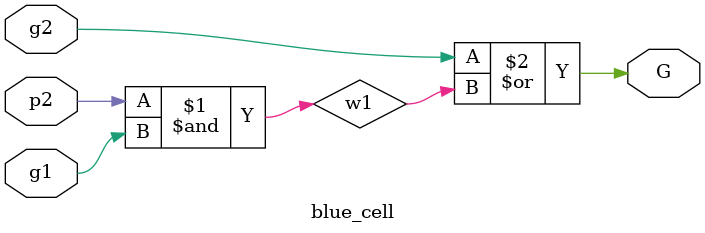
<source format=v>
module blue_cell(p2, g1, g2, G);
input  p2, g1, g2;
output G;

wire w1;

and (w1, p2, g1);
or (G, g2, w1);   //G = g2 + p2 * g1

endmodule
</source>
